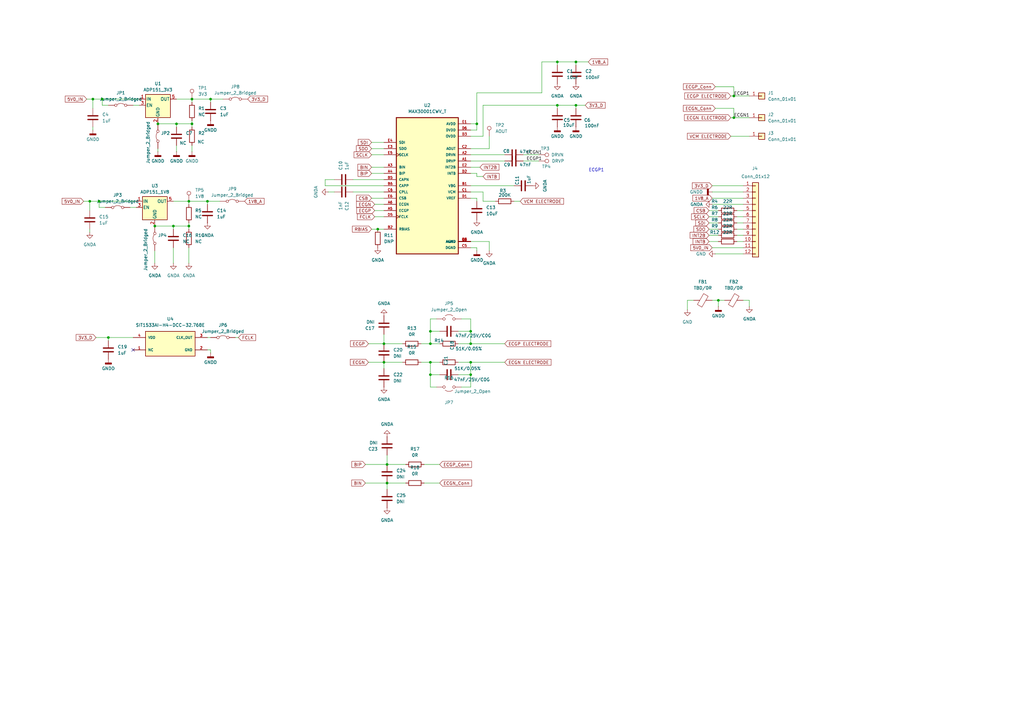
<source format=kicad_sch>
(kicad_sch (version 20231120) (generator "eeschema") (generator_version "8.0")
  (paper "A3")
  (title_block (title "MAX30001_TestBoard") (company "Oliver0804"))
  (junction (at 193.04 153.67))
  (junction (at 77.47 82.55))
  (junction (at 72.39 50.8))
  (junction (at 300.99 39.37))
  (junction (at 85.09 82.55))
  (junction (at 236.22 25.4))
  (junction (at 86.36 40.64))
  (junction (at 38.1 40.64))
  (junction (at 40.64 82.55))
  (junction (at 176.53 140.97))
  (junction (at 300.99 48.26))
  (junction (at 71.12 92.71))
  (junction (at 158.75 190.5))
  (junction (at 193.04 148.59))
  (junction (at 228.6 25.4))
  (junction (at 63.5 92.71))
  (junction (at 176.53 135.89))
  (junction (at 193.04 140.97))
  (junction (at 195.58 50.8))
  (junction (at 44.45 138.43))
  (junction (at 228.6 43.18))
  (junction (at 154.94 93.98))
  (junction (at 157.48 140.97))
  (junction (at 78.74 40.64))
  (junction (at 36.83 82.55))
  (junction (at 294.64 123.19))
  (junction (at 176.53 148.59))
  (junction (at 193.04 135.89))
  (junction (at 77.47 92.71))
  (junction (at 176.53 153.67))
  (junction (at 157.48 148.59))
  (junction (at 158.75 198.12))
  (junction (at 41.91 40.64))
  (junction (at 236.22 43.18))
  (junction (at 64.77 50.8))
  (junction (at 78.74 50.8))
  (no_connect (at 54.61 143.51))
  (wire (pts (xy 302.26 99.06) (xy 304.8 99.06)))
  (wire (pts (xy 189.23 158.75) (xy 193.04 158.75)))
  (wire (pts (xy 302.26 86.36) (xy 304.8 86.36)))
  (wire (pts (xy 71.12 92.71) (xy 77.47 92.71)))
  (wire (pts (xy 176.53 158.75) (xy 179.07 158.75)))
  (wire (pts (xy 71.12 101.6) (xy 71.12 107.95)))
  (wire (pts (xy 294.64 125.73) (xy 294.64 123.19)))
  (wire (pts (xy 57.15 40.64) (xy 41.91 40.64)))
  (wire (pts (xy 195.58 72.39) (xy 195.58 71.12)))
  (wire (pts (xy 96.52 138.43) (xy 97.79 138.43)))
  (wire (pts (xy 213.36 82.55) (xy 210.82 82.55)))
  (wire (pts (xy 36.83 93.98) (xy 36.83 95.25)))
  (wire (pts (xy 85.09 82.55) (xy 85.09 83.82)))
  (wire (pts (xy 281.94 123.19) (xy 284.48 123.19)))
  (wire (pts (xy 78.74 50.8) (xy 78.74 52.07)))
  (wire (pts (xy 198.12 82.55) (xy 198.12 78.74)))
  (wire (pts (xy 193.04 148.59) (xy 193.04 153.67)))
  (wire (pts (xy 40.64 82.55) (xy 36.83 82.55)))
  (wire (pts (xy 41.91 40.64) (xy 38.1 40.64)))
  (wire (pts (xy 36.83 82.55) (xy 36.83 86.36)))
  (wire (pts (xy 152.4 58.42) (xy 157.48 58.42)))
  (wire (pts (xy 290.83 93.98) (xy 294.64 93.98)))
  (wire (pts (xy 40.64 85.09) (xy 40.64 82.55)))
  (wire (pts (xy 193.04 50.8) (xy 195.58 50.8)))
  (wire (pts (xy 236.22 43.18) (xy 236.22 44.45)))
  (wire (pts (xy 152.4 68.58) (xy 157.48 68.58)))
  (wire (pts (xy 44.45 138.43) (xy 54.61 138.43)))
  (wire (pts (xy 292.1 81.28) (xy 304.8 81.28)))
  (wire (pts (xy 133.35 73.66) (xy 133.35 76.2)))
  (wire (pts (xy 152.4 93.98) (xy 154.94 93.98)))
  (wire (pts (xy 228.6 43.18) (xy 228.6 44.45)))
  (wire (pts (xy 236.22 25.4) (xy 241.3 25.4)))
  (wire (pts (xy 222.25 25.4) (xy 222.25 38.1)))
  (wire (pts (xy 153.67 86.36) (xy 157.48 86.36)))
  (wire (pts (xy 44.45 43.18) (xy 41.91 43.18)))
  (wire (pts (xy 64.77 50.8) (xy 72.39 50.8)))
  (wire (pts (xy 214.63 63.5) (xy 220.98 63.5)))
  (wire (pts (xy 158.75 190.5) (xy 166.37 190.5)))
  (wire (pts (xy 176.53 135.89) (xy 180.34 135.89)))
  (wire (pts (xy 72.39 50.8) (xy 78.74 50.8)))
  (wire (pts (xy 290.83 86.36) (xy 294.64 86.36)))
  (wire (pts (xy 193.04 101.6) (xy 195.58 101.6)))
  (wire (pts (xy 198.12 82.55) (xy 203.2 82.55)))
  (wire (pts (xy 187.96 140.97) (xy 193.04 140.97)))
  (wire (pts (xy 35.56 40.64) (xy 38.1 40.64)))
  (wire (pts (xy 137.16 73.66) (xy 133.35 73.66)))
  (wire (pts (xy 86.36 40.64) (xy 91.44 40.64)))
  (wire (pts (xy 53.34 85.09) (xy 55.88 85.09)))
  (wire (pts (xy 41.91 43.18) (xy 41.91 40.64)))
  (wire (pts (xy 302.26 93.98) (xy 304.8 93.98)))
  (wire (pts (xy 154.94 93.98) (xy 157.48 93.98)))
  (wire (pts (xy 176.53 153.67) (xy 180.34 153.67)))
  (wire (pts (xy 85.09 138.43) (xy 86.36 138.43)))
  (wire (pts (xy 302.26 88.9) (xy 304.8 88.9)))
  (wire (pts (xy 207.01 66.04) (xy 193.04 66.04)))
  (wire (pts (xy 172.72 148.59) (xy 176.53 148.59)))
  (wire (pts (xy 300.99 48.26) (xy 299.72 48.26)))
  (wire (pts (xy 198.12 55.88) (xy 198.12 43.18)))
  (wire (pts (xy 193.04 153.67) (xy 193.04 158.75)))
  (wire (pts (xy 198.12 78.74) (xy 193.04 78.74)))
  (wire (pts (xy 307.34 48.26) (xy 300.99 48.26)))
  (wire (pts (xy 38.1 52.07) (xy 38.1 53.34)))
  (wire (pts (xy 195.58 38.1) (xy 195.58 50.8)))
  (wire (pts (xy 149.86 198.12) (xy 158.75 198.12)))
  (wire (pts (xy 228.6 25.4) (xy 236.22 25.4)))
  (wire (pts (xy 290.83 96.52) (xy 294.64 96.52)))
  (wire (pts (xy 85.09 143.51) (xy 86.36 143.51)))
  (wire (pts (xy 193.04 81.28) (xy 195.58 81.28)))
  (wire (pts (xy 236.22 25.4) (xy 236.22 26.67)))
  (wire (pts (xy 195.58 71.12) (xy 193.04 71.12)))
  (wire (pts (xy 153.67 88.9) (xy 157.48 88.9)))
  (wire (pts (xy 78.74 62.23) (xy 78.74 59.69)))
  (wire (pts (xy 151.13 140.97) (xy 157.48 140.97)))
  (wire (pts (xy 152.4 60.96) (xy 157.48 60.96)))
  (wire (pts (xy 34.29 82.55) (xy 36.83 82.55)))
  (wire (pts (xy 193.04 53.34) (xy 195.58 53.34)))
  (wire (pts (xy 43.18 85.09) (xy 40.64 85.09)))
  (wire (pts (xy 85.09 82.55) (xy 90.17 82.55)))
  (wire (pts (xy 187.96 148.59) (xy 193.04 148.59)))
  (wire (pts (xy 157.48 148.59) (xy 157.48 151.13)))
  (wire (pts (xy 300.99 39.37) (xy 299.72 39.37)))
  (wire (pts (xy 228.6 43.18) (xy 236.22 43.18)))
  (wire (pts (xy 293.37 35.56) (xy 300.99 35.56)))
  (wire (pts (xy 176.53 140.97) (xy 180.34 140.97)))
  (wire (pts (xy 200.66 60.96) (xy 193.04 60.96)))
  (wire (pts (xy 157.48 140.97) (xy 165.1 140.97)))
  (wire (pts (xy 228.6 25.4) (xy 228.6 26.67)))
  (wire (pts (xy 302.26 96.52) (xy 304.8 96.52)))
  (wire (pts (xy 63.5 107.95) (xy 63.5 102.87)))
  (wire (pts (xy 193.04 68.58) (xy 196.85 68.58)))
  (wire (pts (xy 152.4 81.28) (xy 157.48 81.28)))
  (wire (pts (xy 78.74 49.53) (xy 78.74 50.8)))
  (wire (pts (xy 44.45 138.43) (xy 44.45 139.7)))
  (wire (pts (xy 307.34 55.88) (xy 299.72 55.88)))
  (wire (pts (xy 38.1 40.64) (xy 38.1 44.45)))
  (wire (pts (xy 152.4 63.5) (xy 157.48 63.5)))
  (wire (pts (xy 290.83 88.9) (xy 294.64 88.9)))
  (wire (pts (xy 176.53 130.81) (xy 179.07 130.81)))
  (wire (pts (xy 149.86 190.5) (xy 158.75 190.5)))
  (wire (pts (xy 77.47 101.6) (xy 77.47 107.95)))
  (wire (pts (xy 158.75 198.12) (xy 166.37 198.12)))
  (wire (pts (xy 71.12 92.71) (xy 71.12 93.98)))
  (wire (pts (xy 176.53 148.59) (xy 176.53 153.67)))
  (wire (pts (xy 304.8 123.19) (xy 307.34 123.19)))
  (wire (pts (xy 195.58 53.34) (xy 195.58 50.8)))
  (wire (pts (xy 54.61 43.18) (xy 57.15 43.18)))
  (wire (pts (xy 158.75 186.69) (xy 158.75 190.5)))
  (wire (pts (xy 153.67 83.82) (xy 157.48 83.82)))
  (wire (pts (xy 151.13 148.59) (xy 157.48 148.59)))
  (wire (pts (xy 137.16 78.74) (xy 134.62 78.74)))
  (wire (pts (xy 176.53 140.97) (xy 176.53 135.89)))
  (wire (pts (xy 292.1 101.6) (xy 304.8 101.6)))
  (wire (pts (xy 77.47 91.44) (xy 77.47 92.71)))
  (wire (pts (xy 176.53 148.59) (xy 180.34 148.59)))
  (wire (pts (xy 77.47 82.55) (xy 77.47 83.82)))
  (wire (pts (xy 222.25 25.4) (xy 228.6 25.4)))
  (wire (pts (xy 207.01 63.5) (xy 193.04 63.5)))
  (wire (pts (xy 152.4 71.12) (xy 157.48 71.12)))
  (wire (pts (xy 300.99 44.45) (xy 300.99 48.26)))
  (wire (pts (xy 292.1 123.19) (xy 294.64 123.19)))
  (wire (pts (xy 193.04 135.89) (xy 193.04 130.81)))
  (wire (pts (xy 193.04 55.88) (xy 198.12 55.88)))
  (wire (pts (xy 133.35 76.2) (xy 157.48 76.2)))
  (wire (pts (xy 195.58 38.1) (xy 222.25 38.1)))
  (wire (pts (xy 293.37 44.45) (xy 300.99 44.45)))
  (wire (pts (xy 290.83 99.06) (xy 294.64 99.06)))
  (wire (pts (xy 77.47 92.71) (xy 77.47 93.98)))
  (wire (pts (xy 71.12 82.55) (xy 77.47 82.55)))
  (wire (pts (xy 158.75 198.12) (xy 158.75 200.66)))
  (wire (pts (xy 198.12 43.18) (xy 228.6 43.18)))
  (wire (pts (xy 193.04 76.2) (xy 210.82 76.2)))
  (wire (pts (xy 290.83 91.44) (xy 294.64 91.44)))
  (wire (pts (xy 200.66 55.88) (xy 200.66 60.96)))
  (wire (pts (xy 294.64 123.19) (xy 297.18 123.19)))
  (wire (pts (xy 72.39 50.8) (xy 72.39 52.07)))
  (wire (pts (xy 195.58 72.39) (xy 198.12 72.39)))
  (wire (pts (xy 293.37 104.14) (xy 304.8 104.14)))
  (wire (pts (xy 292.1 76.2) (xy 304.8 76.2)))
  (wire (pts (xy 193.04 140.97) (xy 193.04 135.89)))
  (wire (pts (xy 77.47 82.55) (xy 85.09 82.55)))
  (wire (pts (xy 193.04 140.97) (xy 207.01 140.97)))
  (wire (pts (xy 187.96 135.89) (xy 193.04 135.89)))
  (wire (pts (xy 39.37 138.43) (xy 44.45 138.43)))
  (wire (pts (xy 193.04 130.81) (xy 189.23 130.81)))
  (wire (pts (xy 195.58 101.6) (xy 195.58 102.87)))
  (wire (pts (xy 173.99 198.12) (xy 180.34 198.12)))
  (wire (pts (xy 302.26 91.44) (xy 304.8 91.44)))
  (wire (pts (xy 144.78 78.74) (xy 157.48 78.74)))
  (wire (pts (xy 78.74 40.64) (xy 86.36 40.64)))
  (wire (pts (xy 292.1 83.82) (xy 304.8 83.82)))
  (wire (pts (xy 195.58 81.28) (xy 195.58 82.55)))
  (wire (pts (xy 72.39 40.64) (xy 78.74 40.64)))
  (wire (pts (xy 173.99 190.5) (xy 180.34 190.5)))
  (wire (pts (xy 55.88 82.55) (xy 40.64 82.55)))
  (wire (pts (xy 300.99 35.56) (xy 300.99 39.37)))
  (wire (pts (xy 193.04 148.59) (xy 207.01 148.59)))
  (wire (pts (xy 64.77 62.23) (xy 64.77 60.96)))
  (wire (pts (xy 86.36 143.51) (xy 86.36 144.78)))
  (wire (pts (xy 72.39 62.23) (xy 72.39 59.69)))
  (wire (pts (xy 292.1 78.74) (xy 304.8 78.74)))
  (wire (pts (xy 144.78 73.66) (xy 157.48 73.66)))
  (wire (pts (xy 193.04 99.06) (xy 200.66 99.06)))
  (wire (pts (xy 78.74 40.64) (xy 78.74 41.91)))
  (wire (pts (xy 187.96 153.67) (xy 193.04 153.67)))
  (wire (pts (xy 172.72 140.97) (xy 176.53 140.97)))
  (wire (pts (xy 236.22 43.18) (xy 240.03 43.18)))
  (wire (pts (xy 86.36 40.64) (xy 86.36 41.91)))
  (wire (pts (xy 157.48 148.59) (xy 165.1 148.59)))
  (wire (pts (xy 63.5 92.71) (xy 71.12 92.71)))
  (wire (pts (xy 200.66 99.06) (xy 200.66 102.87)))
  (wire (pts (xy 157.48 137.16) (xy 157.48 140.97)))
  (wire (pts (xy 176.53 153.67) (xy 176.53 158.75)))
  (wire (pts (xy 281.94 127) (xy 281.94 123.19)))
  (wire (pts (xy 307.34 123.19) (xy 307.34 125.73)))
  (wire (pts (xy 220.98 66.04) (xy 214.63 66.04)))
  (wire (pts (xy 307.34 39.37) (xy 300.99 39.37)))
  (wire (pts (xy 176.53 135.89) (xy 176.53 130.81)))
  (text "ECGP1" (at 244.602 69.85 0) (effects (font (size 1.27 1.27))))
  (label "ECGN1" (at 215.9 63.5 0))
  (label "ECGP1" (at 300.99 39.37 0))
  (label "ECGP1" (at 215.9 66.04 0))
  (label "ECGN1" (at 300.99 48.26 0))
  (global_label "FCLK" (shape input) (at 97.79 138.43 0) (property "Intersheetrefs" "${INTERSHEET_REFS}" (effects (hide yes))))
  (global_label "BIN" (shape input) (at 152.4 68.58 180) (property "Intersheetrefs" "${INTERSHEET_REFS}" (effects (hide yes))))
  (global_label "SDO" (shape input) (at 290.83 93.98 180) (property "Intersheetrefs" "${INTERSHEET_REFS}" (effects (hide yes))))
  (global_label "VCM ELECTRODE" (shape input) (at 213.36 82.55 0) (property "Intersheetrefs" "${INTERSHEET_REFS}" (effects (hide yes))))
  (global_label "SCLK" (shape input) (at 152.4 63.5 180) (property "Intersheetrefs" "${INTERSHEET_REFS}" (effects (hide yes))))
  (global_label "RBIAS" (shape input) (at 152.4 93.98 180) (property "Intersheetrefs" "${INTERSHEET_REFS}" (effects (hide yes))))
  (global_label "5V0_IN" (shape input) (at 292.1 101.6 180) (property "Intersheetrefs" "${INTERSHEET_REFS}" (effects (hide yes))))
  (global_label "ECGN ELECTRODE" (shape input) (at 207.01 148.59 0) (property "Intersheetrefs" "${INTERSHEET_REFS}" (effects (hide yes))))
  (global_label "VCM ELECTRODE" (shape input) (at 299.72 55.88 180) (property "Intersheetrefs" "${INTERSHEET_REFS}" (effects (hide yes))))
  (global_label "3V3_D" (shape input) (at 101.6 40.64 0) (property "Intersheetrefs" "${INTERSHEET_REFS}" (effects (hide yes))))
  (global_label "BIP" (shape input) (at 152.4 71.12 180) (property "Intersheetrefs" "${INTERSHEET_REFS}" (effects (hide yes))))
  (global_label "ECGN" (shape input) (at 153.67 83.82 180) (property "Intersheetrefs" "${INTERSHEET_REFS}" (effects (hide yes))))
  (global_label "BIN" (shape input) (at 149.86 198.12 180) (property "Intersheetrefs" "${INTERSHEET_REFS}" (effects (hide yes))))
  (global_label "BIP" (shape input) (at 149.86 190.5 180) (property "Intersheetrefs" "${INTERSHEET_REFS}" (effects (hide yes))))
  (global_label "5V0_IN" (shape input) (at 34.29 82.55 180) (property "Intersheetrefs" "${INTERSHEET_REFS}" (effects (hide yes))))
  (global_label "ECGP" (shape input) (at 153.67 86.36 180) (property "Intersheetrefs" "${INTERSHEET_REFS}" (effects (hide yes))))
  (global_label "5V0_IN" (shape input) (at 35.56 40.64 180) (property "Intersheetrefs" "${INTERSHEET_REFS}" (effects (hide yes))))
  (global_label "INT2B" (shape input) (at 290.83 96.52 180) (property "Intersheetrefs" "${INTERSHEET_REFS}" (effects (hide yes))))
  (global_label "SDO" (shape input) (at 152.4 60.96 180) (property "Intersheetrefs" "${INTERSHEET_REFS}" (effects (hide yes))))
  (global_label "3V3_D" (shape input) (at 39.37 138.43 180) (property "Intersheetrefs" "${INTERSHEET_REFS}" (effects (hide yes))))
  (global_label "ECGP_Conn" (shape input) (at 293.37 35.56 180) (property "Intersheetrefs" "${INTERSHEET_REFS}" (effects (hide yes))))
  (global_label "1V8_A" (shape input) (at 292.1 81.28 180) (property "Intersheetrefs" "${INTERSHEET_REFS}" (effects (hide yes))))
  (global_label "1V8_A" (shape input) (at 241.3 25.4 0) (property "Intersheetrefs" "${INTERSHEET_REFS}" (effects (hide yes))))
  (global_label "SDI" (shape input) (at 290.83 91.44 180) (property "Intersheetrefs" "${INTERSHEET_REFS}" (effects (hide yes))))
  (global_label "FCLK" (shape input) (at 153.67 88.9 180) (property "Intersheetrefs" "${INTERSHEET_REFS}" (effects (hide yes))))
  (global_label "SCLK" (shape input) (at 290.83 88.9 180) (property "Intersheetrefs" "${INTERSHEET_REFS}" (effects (hide yes))))
  (global_label "INTB" (shape input) (at 290.83 99.06 180) (property "Intersheetrefs" "${INTERSHEET_REFS}" (effects (hide yes))))
  (global_label "ECGP ELECTRODE" (shape input) (at 207.01 140.97 0) (property "Intersheetrefs" "${INTERSHEET_REFS}" (effects (hide yes))))
  (global_label "SDI" (shape input) (at 152.4 58.42 180) (property "Intersheetrefs" "${INTERSHEET_REFS}" (effects (hide yes))))
  (global_label "ECGN_Conn" (shape input) (at 180.34 198.12 0) (property "Intersheetrefs" "${INTERSHEET_REFS}" (effects (hide yes))))
  (global_label "3V3_D" (shape input) (at 240.03 43.18 0) (property "Intersheetrefs" "${INTERSHEET_REFS}" (effects (hide yes))))
  (global_label "ECGP" (shape input) (at 151.13 140.97 180) (property "Intersheetrefs" "${INTERSHEET_REFS}" (effects (hide yes))))
  (global_label "ECGN ELECTRODE" (shape input) (at 299.72 48.26 180) (property "Intersheetrefs" "${INTERSHEET_REFS}" (effects (hide yes))))
  (global_label "ECGN_Conn" (shape input) (at 293.37 44.45 180) (property "Intersheetrefs" "${INTERSHEET_REFS}" (effects (hide yes))))
  (global_label "INTB" (shape input) (at 198.12 72.39 0) (property "Intersheetrefs" "${INTERSHEET_REFS}" (effects (hide yes))))
  (global_label "INT2B" (shape input) (at 196.85 68.58 0) (property "Intersheetrefs" "${INTERSHEET_REFS}" (effects (hide yes))))
  (global_label "CSB" (shape input) (at 290.83 86.36 180) (property "Intersheetrefs" "${INTERSHEET_REFS}" (effects (hide yes))))
  (global_label "ECGN" (shape input) (at 151.13 148.59 180) (property "Intersheetrefs" "${INTERSHEET_REFS}" (effects (hide yes))))
  (global_label "3V3_D" (shape input) (at 292.1 76.2 180) (property "Intersheetrefs" "${INTERSHEET_REFS}" (effects (hide yes))))
  (global_label "ECGP_Conn" (shape input) (at 180.34 190.5 0) (property "Intersheetrefs" "${INTERSHEET_REFS}" (effects (hide yes))))
  (global_label "ECGP ELECTRODE" (shape input) (at 299.72 39.37 180) (property "Intersheetrefs" "${INTERSHEET_REFS}" (effects (hide yes))))
  (global_label "CSB" (shape input) (at 152.4 81.28 180) (property "Intersheetrefs" "${INTERSHEET_REFS}" (effects (hide yes))))
  (global_label "1V8_A" (shape input) (at 100.33 82.55 0) (property "Intersheetrefs" "${INTERSHEET_REFS}" (effects (hide yes))))
  (symbol (lib_id "Jumper:Jumper_2_Bridged") (at 48.26 85.09 0) (unit 1) (exclude_from_sim yes)
    (property "Reference" "JP3" (at 48.26 80.01 0))
    (property "Value" "Jumper_2_Bridged" (at 48.26 82.55 0))
    (property "Footprint" "Jumper:SolderJumper-2_P1.3mm_Bridged2Bar_RoundedPad1.0x1.5mm" (effects (hide yes)))
    (property "Description" "Jumper, 2-pole, closed/bridged" (effects (hide yes)))
  )
  (symbol (lib_id "power:GNDD") (at 195.58 102.87 0) (unit 1)
    (property "Reference" "#PWR018" (effects (hide yes)))
    (property "Value" "GNDD" (at 195.58 106.68 0))
    (property "Description" "Power symbol creates a global label with name \"GNDD\" , digital ground" (effects (hide yes)))
  )
  (symbol (lib_id "Device:R") (at 170.18 190.5 90) (unit 1)
    (property "Reference" "R17" (at 170.18 184.15 90))
    (property "Value" "0R" (at 170.18 186.69 90))
    (property "Footprint" "Resistor_SMD:R_0603_1608Metric" (effects (hide yes)))
    (property "Description" "Resistor" (effects (hide yes)))
  )
  (symbol (lib_id "Connector_Generic:Conn_01x12") (at 309.88 88.9 0) (unit 1)
    (property "Reference" "J4" (at 309.626 69.088 0))
    (property "Value" "Conn_01x12" (at 309.88 72.39 0))
    (property "Footprint" "Connector_PinHeader_2.54mm:PinHeader_1x12_P2.54mm_Vertical" (effects (hide yes)))
    (property "Description" "Generic connector, single row, 01x12, script generated (kicad-library-utils/schlib/autogen/connector/)" (effects (hide yes)))
  )
  (symbol (lib_id "Connector:TestPoint") (at 200.66 55.88 0) (unit 1)
    (property "Reference" "TP2" (at 203.2 51.3079 0) (effects (justify left)))
    (property "Value" "AOUT" (at 203.2 53.8479 0) (effects (justify left)))
    (property "Footprint" "TestPoint:TestPoint_THTPad_1.0x1.0mm_Drill0.5mm" (effects (hide yes)))
    (property "Description" "test point" (effects (hide yes)))
  )
  (symbol (lib_id "Device:C") (at 228.6 30.48 0) (unit 1)
    (property "Reference" "C1" (at 232.41 29.2099 0) (effects (justify left)))
    (property "Value" "10uF" (at 232.41 31.7499 0) (effects (justify left)))
    (property "Footprint" "Capacitor_SMD:C_0603_1608Metric" (effects (hide yes)))
    (property "Description" "Unpolarized capacitor" (effects (hide yes)))
  )
  (symbol (lib_id "Device:R") (at 298.45 88.9 90) (unit 1)
    (property "Reference" "R6" (at 293.116 85.09 90))
    (property "Value" "22R" (at 298.45 85.09 90))
    (property "Footprint" "Resistor_SMD:R_0603_1608Metric" (effects (hide yes)))
    (property "Description" "Resistor" (effects (hide yes)))
  )
  (symbol (lib_id "power:GNDD") (at 228.6 52.07 0) (unit 1)
    (property "Reference" "#PWR04" (effects (hide yes)))
    (property "Value" "GNDD" (at 228.6 55.88 0))
    (property "Description" "Power symbol creates a global label with name \"GNDD\" , digital ground" (effects (hide yes)))
  )
  (symbol (lib_id "Device:C") (at 140.97 78.74 270) (unit 1)
    (property "Reference" "C12" (at 142.2401 82.55 0) (effects (justify left)))
    (property "Value" "1nF" (at 139.7001 82.55 0) (effects (justify left)))
    (property "Footprint" "Capacitor_SMD:C_0603_1608Metric" (effects (hide yes)))
    (property "Description" "Unpolarized capacitor" (effects (hide yes)))
  )
  (symbol (lib_id "power:GNDA") (at 63.5 107.95 0) (unit 1)
    (property "Reference" "#PWR021" (effects (hide yes)))
    (property "Value" "GNDA" (at 63.5 113.03 0))
    (property "Description" "Power symbol creates a global label with name \"GNDA\" , analog ground" (effects (hide yes)))
  )
  (symbol (lib_id "Connector_Generic:Conn_01x01") (at 312.42 48.26 0) (unit 1)
    (property "Reference" "J2" (at 314.96 46.9899 0) (effects (justify left)))
    (property "Value" "Conn_01x01" (at 314.96 49.5299 0) (effects (justify left)))
    (property "Footprint" "Mounting_Wuerth:Mounting_Wuerth_WA-SMSI-M3_H6mm_9774060360" (effects (hide yes)))
    (property "Description" "Generic connector, single row, 01x01, script generated (kicad-library-utils/schlib/autogen/connector/)" (effects (hide yes)))
  )
  (symbol (lib_id "Regulator_Linear:TLV71209_SOT23-5") (at 64.77 43.18 0) (unit 1)
    (property "Reference" "U1" (at 64.77 34.29 0))
    (property "Value" "ADP151_3V3" (at 64.77 36.83 0))
    (property "Footprint" "Package_TO_SOT_SMD:TSOT-23-5" (effects (hide yes)))
    (property "Datasheet" "http://www.ti.com/lit/ds/symlink/tlv712.pdf" (effects (hide yes)))
    (property "Description" "300mA Low Dropout Voltage Regulator, Fixed Output 0.9V, SOT-23-5" (effects (hide yes)))
  )
  (symbol (lib_id "Device:C") (at 184.15 135.89 270) (unit 1)
    (property "Reference" "C18" (at 185.4201 139.7 0) (effects (justify left)))
    (property "Value" "47nF/25V/C0G" (at 186.69 137.668 90) (effects (justify left)))
    (property "Footprint" "Capacitor_SMD:C_0603_1608Metric" (effects (hide yes)))
    (property "Description" "Unpolarized capacitor" (effects (hide yes)))
  )
  (symbol (lib_id "Device:C") (at 184.15 153.67 90) (unit 1)
    (property "Reference" "C21" (at 182.8799 149.86 0) (effects (justify left)))
    (property "Value" "47nF/25V/C0G" (at 200.914 155.702 90) (effects (justify left)))
    (property "Footprint" "Capacitor_SMD:C_0603_1608Metric" (effects (hide yes)))
    (property "Description" "Unpolarized capacitor" (effects (hide yes)))
  )
  (symbol (lib_id "power:GNDA") (at 154.94 101.6 0) (unit 1)
    (property "Reference" "#PWR017" (effects (hide yes)))
    (property "Value" "GNDA" (at 154.94 106.68 0))
    (property "Description" "Power symbol creates a global label with name \"GNDA\" , analog ground" (effects (hide yes)))
  )
  (symbol (lib_id "Device:C") (at 140.97 73.66 90) (unit 1)
    (property "Reference" "C10" (at 139.6999 69.85 0) (effects (justify left)))
    (property "Value" "1uF" (at 142.2399 69.85 0) (effects (justify left)))
    (property "Footprint" "Capacitor_SMD:C_0603_1608Metric" (effects (hide yes)))
    (property "Description" "Unpolarized capacitor" (effects (hide yes)))
  )
  (symbol (lib_id "Device:R") (at 298.45 99.06 90) (unit 1)
    (property "Reference" "R12" (at 293.116 95.25 90))
    (property "Value" "22R" (at 298.45 95.25 90))
    (property "Footprint" "Resistor_SMD:R_0603_1608Metric" (effects (hide yes)))
    (property "Description" "Resistor" (effects (hide yes)))
  )
  (symbol (lib_id "power:GND") (at 293.37 104.14 270) (unit 1)
    (property "Reference" "#PWR020" (effects (hide yes)))
    (property "Value" "GND" (at 289.56 104.1399 90) (effects (justify right)))
    (property "Description" "Power symbol creates a global label with name \"GND\" , ground" (effects (hide yes)))
  )
  (symbol (lib_id "Jumper:Jumper_2_Bridged") (at 95.25 82.55 0) (unit 1) (exclude_from_sim yes)
    (property "Reference" "JP9" (at 95.25 77.47 0))
    (property "Value" "Jumper_2_Bridged" (at 95.25 80.01 0))
    (property "Footprint" "Jumper:SolderJumper-2_P1.3mm_Bridged2Bar_RoundedPad1.0x1.5mm" (effects (hide yes)))
    (property "Description" "Jumper, 2-pole, closed/bridged" (effects (hide yes)))
  )
  (symbol (lib_id "Device:C") (at 210.82 66.04 90) (unit 1)
    (property "Reference" "C9" (at 209.296 67.564 90) (effects (justify left)))
    (property "Value" "47nF" (at 217.932 67.564 90) (effects (justify left)))
    (property "Footprint" "Capacitor_SMD:C_0603_1608Metric" (effects (hide yes)))
    (property "Description" "Unpolarized capacitor" (effects (hide yes)))
  )
  (symbol (lib_id "SIT1533AI-H4-DCC-32.768E:SIT1533AI-H4-DCC-32.768E") (at 59.69 146.05 0) (unit 1)
    (property "Reference" "U4" (at 69.85 130.81 0))
    (property "Value" "SIT1533AI-H4-DCC-32.768E" (at 69.85 133.35 0))
    (property "Footprint" "parts:SIT1533AI_2X1.2MM" (effects (hide yes)))
    (property "Datasheet" "https://atta.szlcsc.com/upload/public/pdf/source/20190322/C377830_113B7AFD53D16762528A6D845822441A.pdf?Expires=4070880000&OSSAccessKeyId=LTAIJDIkh7KmGS1H&Signature=wcvLLliys5HBSonr%2F0mSQWm4wbg%3D&response-content-disposition=attachment%3Bfilename%3DC367058_%25E9%25A2%2584%25E7%25BC%2596%25E7%25A8%258B%25E6%258C%25AF%25E8%258D%25A1%25E5%2599%25A8_SIT1533AI-H4-DCC-32.768E_%25E8%25A7%2584%25E6%25A0%25BC%25E4%25B9%25A6_SITIME%25E9%25A2%2584%25E7%25BC%2596%25E7%25A8%258B%25E6%258C%25AF%25E8%258D%25A1%25E5%2599%25A8%25E8%25A7%2584%25E6%25A0%25BC%25E4%25B9%25A6.PDF" (effects (hide yes)))
    (property "MF" "SiTIME" (effects (hide yes)))
    (property "Description_1" "\n32.768 kHz XO (Standard) LVCMOS Oscillator 1.5V ~ 3.63V - 4-SMD, No Lead\n" (effects (hide yes)))
    (property "Package" "SMD-4 SiTIME" (effects (hide yes)))
    (property "Price" "None" (effects (hide yes)))
    (property "SnapEDA_Link" "https://www.snapeda.com/parts/SIT1533AI-H4-DCC-32.768E/SiTIME/view-part/?ref=snap" (effects (hide yes)))
    (property "MP" "SIT1533AI-H4-DCC-32.768E" (effects (hide yes)))
    (property "Availability" "In Stock" (effects (hide yes)))
    (property "Check_prices" "https://www.snapeda.com/parts/SIT1533AI-H4-DCC-32.768E/SiTIME/view-part/?ref=eda" (effects (hide yes)))
  )
  (symbol (lib_id "Device:C") (at 158.75 204.47 0) (unit 1)
    (property "Reference" "C25" (at 162.56 203.1999 0) (effects (justify left)))
    (property "Value" "DNI" (at 162.56 205.7399 0) (effects (justify left)))
    (property "Footprint" "Capacitor_SMD:C_0603_1608Metric" (effects (hide yes)))
    (property "Description" "Unpolarized capacitor" (effects (hide yes)))
  )
  (symbol (lib_id "Jumper:Jumper_2_Bridged") (at 49.53 43.18 0) (unit 1) (exclude_from_sim yes)
    (property "Reference" "JP1" (at 49.53 38.1 0))
    (property "Value" "Jumper_2_Bridged" (at 49.53 40.64 0))
    (property "Footprint" "Jumper:SolderJumper-2_P1.3mm_Bridged2Bar_RoundedPad1.0x1.5mm" (effects (hide yes)))
    (property "Description" "Jumper, 2-pole, closed/bridged" (effects (hide yes)))
  )
  (symbol (lib_id "Device:FerriteBead") (at 288.29 123.19 90) (unit 1)
    (property "Reference" "FB1" (at 288.2392 115.57 90))
    (property "Value" "TBD/0R" (at 288.2392 118.11 90))
    (property "Footprint" "Resistor_SMD:R_0603_1608Metric" (effects (hide yes)))
    (property "Description" "Ferrite bead" (effects (hide yes)))
  )
  (symbol (lib_id "power:GNDD") (at 38.1 53.34 0) (unit 1)
    (property "Reference" "#PWR06" (effects (hide yes)))
    (property "Value" "GNDD" (at 38.1 57.15 0))
    (property "Description" "Power symbol creates a global label with name \"GNDD\" , digital ground" (effects (hide yes)))
  )
  (symbol (lib_id "Device:R") (at 78.74 45.72 0) (unit 1)
    (property "Reference" "R1" (at 81.28 44.4499 0) (effects (justify left)))
    (property "Value" "NC" (at 81.28 46.9899 0) (effects (justify left)))
    (property "Footprint" "Resistor_SMD:R_0603_1608Metric" (effects (hide yes)))
    (property "Description" "Resistor" (effects (hide yes)))
  )
  (symbol (lib_id "Device:R") (at 184.15 148.59 270) (unit 1)
    (property "Reference" "R16" (at 184.15 154.94 90))
    (property "Value" "51K/0.05%" (at 191.77 151.13 90))
    (property "Footprint" "Resistor_SMD:R_0603_1608Metric" (effects (hide yes)))
    (property "Description" "Resistor" (effects (hide yes)))
  )
  (symbol (lib_id "Device:C") (at 236.22 30.48 0) (unit 1)
    (property "Reference" "C2" (at 240.03 29.2099 0) (effects (justify left)))
    (property "Value" "100nF" (at 240.03 31.7499 0) (effects (justify left)))
    (property "Footprint" "Capacitor_SMD:C_0603_1608Metric" (effects (hide yes)))
    (property "Description" "Unpolarized capacitor" (effects (hide yes)))
  )
  (symbol (lib_id "power:GNDD") (at 64.77 62.23 0) (unit 1)
    (property "Reference" "#PWR07" (effects (hide yes)))
    (property "Value" "GNDD" (at 64.77 66.04 0))
    (property "Description" "Power symbol creates a global label with name \"GNDD\" , digital ground" (effects (hide yes)))
  )
  (symbol (lib_id "Device:C") (at 38.1 48.26 0) (unit 1)
    (property "Reference" "C4" (at 41.91 46.9899 0) (effects (justify left)))
    (property "Value" "1uF" (at 41.91 49.5299 0) (effects (justify left)))
    (property "Footprint" "Capacitor_SMD:C_0603_1608Metric" (effects (hide yes)))
    (property "Description" "Unpolarized capacitor" (effects (hide yes)))
  )
  (symbol (lib_id "power:GNDA") (at 157.48 129.54 180) (unit 1)
    (property "Reference" "#PWR027" (effects (hide yes)))
    (property "Value" "GNDA" (at 157.48 124.46 0))
    (property "Description" "Power symbol creates a global label with name \"GNDA\" , analog ground" (effects (hide yes)))
  )
  (symbol (lib_id "power:GNDA") (at 158.75 179.07 180) (unit 1)
    (property "Reference" "#PWR031" (effects (hide yes)))
    (property "Value" "GNDA" (at 158.75 173.99 0))
    (property "Description" "Power symbol creates a global label with name \"GNDA\" , analog ground" (effects (hide yes)))
  )
  (symbol (lib_id "Device:R") (at 298.45 86.36 90) (unit 1)
    (property "Reference" "R4" (at 293.116 82.55 90))
    (property "Value" "22R" (at 298.45 82.55 90))
    (property "Footprint" "Resistor_SMD:R_0603_1608Metric" (effects (hide yes)))
    (property "Description" "Resistor" (effects (hide yes)))
  )
  (symbol (lib_id "Device:C") (at 236.22 48.26 0) (unit 1)
    (property "Reference" "C6" (at 239.522 49.276 0) (effects (justify left)))
    (property "Value" "100nF" (at 239.776 51.562 0) (effects (justify left)))
    (property "Footprint" "Capacitor_SMD:C_0603_1608Metric" (effects (hide yes)))
    (property "Description" "Unpolarized capacitor" (effects (hide yes)))
  )
  (symbol (lib_id "Jumper:Jumper_2_Bridged") (at 64.77 55.88 90) (unit 1) (exclude_from_sim yes)
    (property "Reference" "JP2" (at 66.04 54.6099 90) (effects (justify right)))
    (property "Value" "Jumper_2_Bridged" (at 60.706 49.784 0) (effects (justify right)))
    (property "Footprint" "Jumper:SolderJumper-2_P1.3mm_Bridged2Bar_RoundedPad1.0x1.5mm" (effects (hide yes)))
    (property "Description" "Jumper, 2-pole, closed/bridged" (effects (hide yes)))
  )
  (symbol (lib_id "power:GNDA") (at 71.12 107.95 0) (unit 1)
    (property "Reference" "#PWR022" (effects (hide yes)))
    (property "Value" "GNDA" (at 71.12 113.03 0))
    (property "Description" "Power symbol creates a global label with name \"GNDA\" , analog ground" (effects (hide yes)))
  )
  (symbol (lib_id "power:GNDD") (at 294.64 125.73 0) (unit 1)
    (property "Reference" "#PWR024" (effects (hide yes)))
    (property "Value" "GNDD" (at 294.64 129.54 0))
    (property "Description" "Power symbol creates a global label with name \"GNDD\" , digital ground" (effects (hide yes)))
  )
  (symbol (lib_id "power:GNDA") (at 158.75 208.28 0) (unit 1)
    (property "Reference" "#PWR032" (effects (hide yes)))
    (property "Value" "GNDA" (at 158.75 213.36 0))
    (property "Description" "Power symbol creates a global label with name \"GNDA\" , analog ground" (effects (hide yes)))
  )
  (symbol (lib_id "Device:C") (at 214.63 76.2 90) (unit 1)
    (property "Reference" "C11" (at 212.09 75.946 0) (effects (justify left)))
    (property "Value" "1uF" (at 216.916 75.438 0) (effects (justify left)))
    (property "Footprint" "Capacitor_SMD:C_0603_1608Metric" (effects (hide yes)))
    (property "Description" "Unpolarized capacitor" (effects (hide yes)))
  )
  (symbol (lib_id "Device:R") (at 77.47 97.79 0) (unit 1)
    (property "Reference" "R10" (at 80.01 96.5199 0) (effects (justify left)))
    (property "Value" "NC" (at 80.01 99.0599 0) (effects (justify left)))
    (property "Footprint" "Resistor_SMD:R_0603_1608Metric" (effects (hide yes)))
    (property "Description" "Resistor" (effects (hide yes)))
  )
  (symbol (lib_id "Device:R") (at 298.45 91.44 90) (unit 1)
    (property "Reference" "R7" (at 293.116 87.63 90))
    (property "Value" "22R" (at 298.45 87.63 90))
    (property "Footprint" "Resistor_SMD:R_0603_1608Metric" (effects (hide yes)))
    (property "Description" "Resistor" (effects (hide yes)))
  )
  (symbol (lib_id "power:GNDA") (at 134.62 78.74 270) (unit 1)
    (property "Reference" "#PWR011" (effects (hide yes)))
    (property "Value" "GNDA" (at 129.54 78.74 0))
    (property "Description" "Power symbol creates a global label with name \"GNDA\" , analog ground" (effects (hide yes)))
  )
  (symbol (lib_id "Device:R") (at 184.15 140.97 90) (unit 1)
    (property "Reference" "R14" (at 180.086 139.7 90))
    (property "Value" "51K/0.05%" (at 192.278 143.002 90))
    (property "Footprint" "Resistor_SMD:R_0603_1608Metric" (effects (hide yes)))
    (property "Description" "Resistor" (effects (hide yes)))
  )
  (symbol (lib_id "power:GND") (at 281.94 127 0) (unit 1)
    (property "Reference" "#PWR026" (effects (hide yes)))
    (property "Value" "GND" (at 281.94 132.08 0))
    (property "Description" "Power symbol creates a global label with name \"GND\" , ground" (effects (hide yes)))
  )
  (symbol (lib_id "Device:R") (at 207.01 82.55 90) (unit 1)
    (property "Reference" "R3" (at 206.248 78.232 90))
    (property "Value" "200K" (at 207.01 80.01 90))
    (property "Footprint" "Resistor_SMD:R_0603_1608Metric" (effects (hide yes)))
    (property "Description" "Resistor" (effects (hide yes)))
  )
  (symbol (lib_id "Device:C") (at 36.83 90.17 0) (unit 1)
    (property "Reference" "C15" (at 40.64 88.8999 0) (effects (justify left)))
    (property "Value" "1uF" (at 40.64 91.4399 0) (effects (justify left)))
    (property "Footprint" "Capacitor_SMD:C_0603_1608Metric" (effects (hide yes)))
    (property "Description" "Unpolarized capacitor" (effects (hide yes)))
  )
  (symbol (lib_id "Device:C") (at 72.39 55.88 0) (unit 1)
    (property "Reference" "C7" (at 76.2 54.6099 0) (effects (justify left)))
    (property "Value" "NC" (at 73.66 58.674 0) (effects (justify left)))
    (property "Footprint" "Capacitor_SMD:C_0603_1608Metric" (effects (hide yes)))
    (property "Description" "Unpolarized capacitor" (effects (hide yes)))
  )
  (symbol (lib_id "Device:C") (at 85.09 87.63 0) (unit 1)
    (property "Reference" "C14" (at 88.9 86.3599 0) (effects (justify left)))
    (property "Value" "1uF" (at 88.9 88.8999 0) (effects (justify left)))
    (property "Footprint" "Capacitor_SMD:C_0603_1608Metric" (effects (hide yes)))
    (property "Description" "Unpolarized capacitor" (effects (hide yes)))
  )
  (symbol (lib_id "Connector_Generic:Conn_01x01") (at 312.42 39.37 0) (unit 1)
    (property "Reference" "J1" (at 314.96 38.0999 0) (effects (justify left)))
    (property "Value" "Conn_01x01" (at 314.96 40.6399 0) (effects (justify left)))
    (property "Footprint" "Mounting_Wuerth:Mounting_Wuerth_WA-SMSI-M3_H6mm_9774060360" (effects (hide yes)))
    (property "Description" "Generic connector, single row, 01x01, script generated (kicad-library-utils/schlib/autogen/connector/)" (effects (hide yes)))
  )
  (symbol (lib_id "power:GNDD") (at 78.74 62.23 0) (unit 1)
    (property "Reference" "#PWR09" (effects (hide yes)))
    (property "Value" "GNDD" (at 78.74 66.04 0))
    (property "Description" "Power symbol creates a global label with name \"GNDD\" , digital ground" (effects (hide yes)))
  )
  (symbol (lib_id "power:GNDD") (at 86.36 49.53 0) (unit 1)
    (property "Reference" "#PWR03" (effects (hide yes)))
    (property "Value" "GNDD" (at 86.36 53.34 0))
    (property "Description" "Power symbol creates a global label with name \"GNDD\" , digital ground" (effects (hide yes)))
  )
  (symbol (lib_id "power:GNDA") (at 200.66 102.87 0) (unit 1)
    (property "Reference" "#PWR019" (effects (hide yes)))
    (property "Value" "GNDA" (at 200.66 107.95 0))
    (property "Description" "Power symbol creates a global label with name \"GNDA\" , analog ground" (effects (hide yes)))
  )
  (symbol (lib_id "Connector:TestPoint") (at 78.74 40.64 0) (unit 1)
    (property "Reference" "TP1" (at 81.28 36.0679 0) (effects (justify left)))
    (property "Value" "3V3" (at 81.28 38.6079 0) (effects (justify left)))
    (property "Footprint" "TestPoint:TestPoint_THTPad_1.0x1.0mm_Drill0.5mm" (effects (hide yes)))
    (property "Description" "test point" (effects (hide yes)))
  )
  (symbol (lib_id "Connector:TestPoint") (at 220.98 63.5 270) (unit 1)
    (property "Reference" "TP3" (at 221.742 60.96 90) (effects (justify left)))
    (property "Value" "DRVN" (at 226.06 63.5 90) (effects (justify left)))
    (property "Footprint" "TestPoint:TestPoint_THTPad_1.0x1.0mm_Drill0.5mm" (effects (hide yes)))
    (property "Description" "test point" (effects (hide yes)))
  )
  (symbol (lib_id "power:GNDA") (at 36.83 95.25 0) (unit 1)
    (property "Reference" "#PWR016" (effects (hide yes)))
    (property "Value" "GNDA" (at 36.83 100.33 0))
    (property "Description" "Power symbol creates a global label with name \"GNDA\" , analog ground" (effects (hide yes)))
  )
  (symbol (lib_id "power:GNDA") (at 307.34 125.73 0) (unit 1)
    (property "Reference" "#PWR025" (effects (hide yes)))
    (property "Value" "GNDA" (at 307.34 130.81 0))
    (property "Description" "Power symbol creates a global label with name \"GNDA\" , analog ground" (effects (hide yes)))
  )
  (symbol (lib_id "Device:R") (at 168.91 148.59 90) (unit 1)
    (property "Reference" "R15" (at 168.91 142.24 90))
    (property "Value" "0R" (at 168.91 144.78 90))
    (property "Footprint" "Resistor_SMD:R_0603_1608Metric" (effects (hide yes)))
    (property "Description" "Resistor" (effects (hide yes)))
  )
  (symbol (lib_id "Device:R") (at 154.94 97.79 180) (unit 1)
    (property "Reference" "R11" (at 157.48 96.5199 0) (effects (justify right)))
    (property "Value" "DNP" (at 157.48 99.0599 0) (effects (justify right)))
    (property "Footprint" "Resistor_SMD:R_0603_1608Metric" (effects (hide yes)))
    (property "Description" "Resistor" (effects (hide yes)))
  )
  (symbol (lib_id "power:GNDD") (at 236.22 52.07 0) (unit 1)
    (property "Reference" "#PWR05" (effects (hide yes)))
    (property "Value" "GNDD" (at 236.22 55.88 0))
    (property "Description" "Power symbol creates a global label with name \"GNDD\" , digital ground" (effects (hide yes)))
  )
  (symbol (lib_id "power:GNDD") (at 86.36 144.78 0) (unit 1)
    (property "Reference" "#PWR028" (effects (hide yes)))
    (property "Value" "GNDD" (at 86.36 148.59 0))
    (property "Description" "Power symbol creates a global label with name \"GNDD\" , digital ground" (effects (hide yes)))
  )
  (symbol (lib_id "Device:R") (at 298.45 96.52 90) (unit 1)
    (property "Reference" "R9" (at 293.116 92.71 90))
    (property "Value" "22R" (at 298.45 92.71 90))
    (property "Footprint" "Resistor_SMD:R_0603_1608Metric" (effects (hide yes)))
    (property "Description" "Resistor" (effects (hide yes)))
  )
  (symbol (lib_id "Device:C") (at 157.48 144.78 0) (unit 1)
    (property "Reference" "C20" (at 161.29 143.5099 0) (effects (justify left)))
    (property "Value" "DNI" (at 161.29 146.0499 0) (effects (justify left)))
    (property "Footprint" "Capacitor_SMD:C_0603_1608Metric" (effects (hide yes)))
    (property "Description" "Unpolarized capacitor" (effects (hide yes)))
  )
  (symbol (lib_id "Device:C") (at 157.48 133.35 180) (unit 1)
    (property "Reference" "C17" (at 153.67 134.6201 0) (effects (justify left)))
    (property "Value" "DNI" (at 153.67 132.0801 0) (effects (justify left)))
    (property "Footprint" "Capacitor_SMD:C_0603_1608Metric" (effects (hide yes)))
    (property "Description" "Unpolarized capacitor" (effects (hide yes)))
  )
  (symbol (lib_id "Device:C") (at 157.48 154.94 0) (unit 1)
    (property "Reference" "C22" (at 161.29 153.6699 0) (effects (justify left)))
    (property "Value" "DNI" (at 161.29 156.2099 0) (effects (justify left)))
    (property "Footprint" "Capacitor_SMD:C_0603_1608Metric" (effects (hide yes)))
    (property "Description" "Unpolarized capacitor" (effects (hide yes)))
  )
  (symbol (lib_id "Device:R") (at 78.74 55.88 0) (unit 1)
    (property "Reference" "R2" (at 81.28 54.6099 0) (effects (justify left)))
    (property "Value" "NC" (at 81.026 58.166 0) (effects (justify left)))
    (property "Footprint" "Resistor_SMD:R_0603_1608Metric" (effects (hide yes)))
    (property "Description" "Resistor" (effects (hide yes)))
  )
  (symbol (lib_id "Device:C") (at 44.45 143.51 0) (unit 1)
    (property "Reference" "C19" (at 48.26 142.2399 0) (effects (justify left)))
    (property "Value" "1uF" (at 48.26 144.7799 0) (effects (justify left)))
    (property "Footprint" "Capacitor_SMD:C_0603_1608Metric" (effects (hide yes)))
    (property "Description" "Unpolarized capacitor" (effects (hide yes)))
  )
  (symbol (lib_id "power:GNDA") (at 218.44 76.2 90) (unit 1)
    (property "Reference" "#PWR010" (effects (hide yes)))
    (property "Value" "GNDA" (at 223.52 76.2 0))
    (property "Description" "Power symbol creates a global label with name \"GNDA\" , analog ground" (effects (hide yes)))
  )
  (symbol (lib_id "MAX30001CWV_T:MAX30001CWV_T") (at 175.26 76.2 0) (unit 1)
    (property "Reference" "U2" (at 175.26 43.18 0))
    (property "Value" "MAX30001CWV_T" (at 175.26 45.72 0))
    (property "Footprint" "Package_BGA:BGA30N50P5X6_274X292X69N" (effects (hide yes)))
    (property "MF" "Analog Devices" (effects (hide yes)))
    (property "DESCRIPTION" "Biopotential AFE 30-WLP _2.74x2.93_" (effects (hide yes)))
    (property "PACKAGE" "WLP-30 Maxim" (effects (hide yes)))
    (property "PRICE" "None" (effects (hide yes)))
    (property "Package" "WLP-30 Maxim" (effects (hide yes)))
    (property "Check_prices" "https://www.snapeda.com/parts/MAX30001CWV+T/Analog+Devices/view-part/?ref=eda" (effects (hide yes)))
    (property "Price" "None" (effects (hide yes)))
    (property "SnapEDA_Link" "https://www.snapeda.com/parts/MAX30001CWV+T/Analog+Devices/view-part/?ref=snap" (effects (hide yes)))
    (property "MP" "MAX30001CWV+T" (effects (hide yes)))
    (property "Availability" "In Stock" (effects (hide yes)))
    (property "AVAILABILITY" "Unavailable" (effects (hide yes)))
    (property "Description_1" "\nUltra-Low-Power, Single-Channel IntegratedBiopotential (ECG, R-to-R, and Pace Detection)and Bioimpedance (BioZ) AFE\n" (effects (hide yes)))
  )
  (symbol (lib_id "Jumper:Jumper_2_Bridged") (at 91.44 138.43 0) (unit 1) (exclude_from_sim yes)
    (property "Reference" "JP6" (at 91.44 133.35 0))
    (property "Value" "Jumper_2_Bridged" (at 91.44 135.89 0))
    (property "Footprint" "Jumper:SolderJumper-2_P1.3mm_Bridged2Bar_RoundedPad1.0x1.5mm" (effects (hide yes)))
    (property "Description" "Jumper, 2-pole, closed/bridged" (effects (hide yes)))
  )
  (symbol (lib_id "Device:C") (at 158.75 194.31 0) (unit 1)
    (property "Reference" "C24" (at 162.56 193.0399 0) (effects (justify left)))
    (property "Value" "DNI" (at 162.56 195.5799 0) (effects (justify left)))
    (property "Footprint" "Capacitor_SMD:C_0603_1608Metric" (effects (hide yes)))
    (property "Description" "Unpolarized capacitor" (effects (hide yes)))
  )
  (symbol (lib_id "Device:R") (at 168.91 140.97 90) (unit 1)
    (property "Reference" "R13" (at 168.91 134.62 90))
    (property "Value" "0R" (at 168.91 137.16 90))
    (property "Footprint" "Resistor_SMD:R_0603_1608Metric" (effects (hide yes)))
    (property "Description" "Resistor" (effects (hide yes)))
  )
  (symbol (lib_id "power:GNDD") (at 72.39 62.23 0) (unit 1)
    (property "Reference" "#PWR08" (effects (hide yes)))
    (property "Value" "GNDD" (at 72.39 66.04 0))
    (property "Description" "Power symbol creates a global label with name \"GNDD\" , digital ground" (effects (hide yes)))
  )
  (symbol (lib_id "Device:C") (at 210.82 63.5 90) (unit 1)
    (property "Reference" "C8" (at 209.042 61.976 90) (effects (justify left)))
    (property "Value" "47nF" (at 217.932 62.23 90) (effects (justify left)))
    (property "Footprint" "Capacitor_SMD:C_0603_1608Metric" (effects (hide yes)))
    (property "Description" "Unpolarized capacitor" (effects (hide yes)))
  )
  (symbol (lib_id "power:GNDA") (at 77.47 107.95 0) (unit 1)
    (property "Reference" "#PWR023" (effects (hide yes)))
    (property "Value" "GNDA" (at 77.47 113.03 0))
    (property "Description" "Power symbol creates a global label with name \"GNDA\" , analog ground" (effects (hide yes)))
  )
  (symbol (lib_id "power:GNDA") (at 157.48 158.75 0) (unit 1)
    (property "Reference" "#PWR030" (effects (hide yes)))
    (property "Value" "GNDA" (at 157.48 163.83 0))
    (property "Description" "Power symbol creates a global label with name \"GNDA\" , analog ground" (effects (hide yes)))
  )
  (symbol (lib_id "power:GNDA") (at 195.58 90.17 0) (unit 1)
    (property "Reference" "#PWR014" (effects (hide yes)))
    (property "Value" "GNDA" (at 195.58 95.25 0))
    (property "Description" "Power symbol creates a global label with name \"GNDA\" , analog ground" (effects (hide yes)))
  )
  (symbol (lib_id "power:GNDA") (at 292.1 83.82 270) (unit 1)
    (property "Reference" "#PWR013" (effects (hide yes)))
    (property "Value" "GNDA" (at 288.29 83.8199 90) (effects (justify right)))
    (property "Description" "Power symbol creates a global label with name \"GNDA\" , analog ground" (effects (hide yes)))
  )
  (symbol (lib_id "power:GNDD") (at 292.1 78.74 270) (unit 1)
    (property "Reference" "#PWR012" (effects (hide yes)))
    (property "Value" "GNDD" (at 288.29 78.7399 90) (effects (justify right)))
    (property "Description" "Power symbol creates a global label with name \"GNDD\" , digital ground" (effects (hide yes)))
  )
  (symbol (lib_id "Regulator_Linear:TLV71209_SOT23-5") (at 63.5 85.09 0) (unit 1)
    (property "Reference" "U3" (at 63.5 76.2 0))
    (property "Value" "ADP151_1V8" (at 63.5 78.74 0))
    (property "Footprint" "Package_TO_SOT_SMD:TSOT-23-5" (effects (hide yes)))
    (property "Datasheet" "http://www.ti.com/lit/ds/symlink/tlv712.pdf" (effects (hide yes)))
    (property "Description" "300mA Low Dropout Voltage Regulator, Fixed Output 0.9V, SOT-23-5" (effects (hide yes)))
  )
  (symbol (lib_id "power:GNDA") (at 236.22 34.29 0) (unit 1)
    (property "Reference" "#PWR02" (effects (hide yes)))
    (property "Value" "GNDA" (at 236.22 39.37 0))
    (property "Description" "Power symbol creates a global label with name \"GNDA\" , analog ground" (effects (hide yes)))
  )
  (symbol (lib_id "Connector:TestPoint") (at 220.98 66.04 270) (unit 1)
    (property "Reference" "TP4" (at 222.25 68.326 90) (effects (justify left)))
    (property "Value" "DRVP" (at 226.314 66.04 90) (effects (justify left)))
    (property "Footprint" "TestPoint:TestPoint_THTPad_1.0x1.0mm_Drill0.5mm" (effects (hide yes)))
    (property "Description" "test point" (effects (hide yes)))
  )
  (symbol (lib_id "Device:C") (at 195.58 86.36 0) (unit 1)
    (property "Reference" "C13" (at 199.39 85.0899 0) (effects (justify left)))
    (property "Value" "10uF" (at 199.39 87.6299 0) (effects (justify left)))
    (property "Footprint" "Capacitor_SMD:C_0603_1608Metric" (effects (hide yes)))
    (property "Description" "Unpolarized capacitor" (effects (hide yes)))
  )
  (symbol (lib_id "Jumper:Jumper_2_Bridged") (at 96.52 40.64 0) (unit 1) (exclude_from_sim yes)
    (property "Reference" "JP8" (at 96.52 35.56 0))
    (property "Value" "Jumper_2_Bridged" (at 96.52 38.1 0))
    (property "Footprint" "Jumper:SolderJumper-2_P1.3mm_Bridged2Bar_RoundedPad1.0x1.5mm" (effects (hide yes)))
    (property "Description" "Jumper, 2-pole, closed/bridged" (effects (hide yes)))
  )
  (symbol (lib_id "Device:R") (at 77.47 87.63 0) (unit 1)
    (property "Reference" "R5" (at 80.01 86.3599 0) (effects (justify left)))
    (property "Value" "NC" (at 80.01 88.8999 0) (effects (justify left)))
    (property "Footprint" "Resistor_SMD:R_0603_1608Metric" (effects (hide yes)))
    (property "Description" "Resistor" (effects (hide yes)))
  )
  (symbol (lib_id "Device:C") (at 228.6 48.26 0) (unit 1)
    (property "Reference" "C5" (at 231.14 49.276 0) (effects (justify left)))
    (property "Value" "10uF" (at 230.886 51.308 0) (effects (justify left)))
    (property "Footprint" "Capacitor_SMD:C_0603_1608Metric" (effects (hide yes)))
    (property "Description" "Unpolarized capacitor" (effects (hide yes)))
  )
  (symbol (lib_id "power:GNDD") (at 44.45 147.32 0) (unit 1)
    (property "Reference" "#PWR029" (effects (hide yes)))
    (property "Value" "GNDD" (at 44.45 151.13 0))
    (property "Description" "Power symbol creates a global label with name \"GNDD\" , digital ground" (effects (hide yes)))
  )
  (symbol (lib_id "power:GNDA") (at 228.6 34.29 0) (unit 1)
    (property "Reference" "#PWR01" (effects (hide yes)))
    (property "Value" "GNDA" (at 228.6 39.37 0))
    (property "Description" "Power symbol creates a global label with name \"GNDA\" , analog ground" (effects (hide yes)))
  )
  (symbol (lib_id "Jumper:Jumper_2_Open") (at 184.15 158.75 180) (unit 1) (exclude_from_sim yes)
    (property "Reference" "JP7" (at 184.15 165.1 0))
    (property "Value" "Jumper_2_Open" (at 193.802 160.528 0))
    (property "Footprint" "Jumper:SolderJumper-2_P1.3mm_Open_RoundedPad1.0x1.5mm" (effects (hide yes)))
    (property "Description" "Jumper, 2-pole, open" (effects (hide yes)))
  )
  (symbol (lib_id "Connector_Generic:Conn_01x01") (at 312.42 55.88 0) (unit 1)
    (property "Reference" "J3" (at 314.96 54.6099 0) (effects (justify left)))
    (property "Value" "Conn_01x01" (at 314.96 57.1499 0) (effects (justify left)))
    (property "Footprint" "Mounting_Wuerth:Mounting_Wuerth_WA-SMSI-M3_H6mm_9774060360" (effects (hide yes)))
    (property "Description" "Generic connector, single row, 01x01, script generated (kicad-library-utils/schlib/autogen/connector/)" (effects (hide yes)))
  )
  (symbol (lib_id "power:GNDA") (at 85.09 91.44 0) (unit 1)
    (property "Reference" "#PWR015" (effects (hide yes)))
    (property "Value" "GNDA" (at 85.09 96.52 0))
    (property "Description" "Power symbol creates a global label with name \"GNDA\" , analog ground" (effects (hide yes)))
  )
  (symbol (lib_id "Device:FerriteBead") (at 300.99 123.19 90) (unit 1)
    (property "Reference" "FB2" (at 300.9392 115.57 90))
    (property "Value" "TBD/0R" (at 300.9392 118.11 90))
    (property "Footprint" "Resistor_SMD:R_0603_1608Metric" (effects (hide yes)))
    (property "Description" "Ferrite bead" (effects (hide yes)))
  )
  (symbol (lib_id "Device:R") (at 298.45 93.98 90) (unit 1)
    (property "Reference" "R8" (at 293.116 90.17 90))
    (property "Value" "22R" (at 298.45 90.17 90))
    (property "Footprint" "Resistor_SMD:R_0603_1608Metric" (effects (hide yes)))
    (property "Description" "Resistor" (effects (hide yes)))
  )
  (symbol (lib_id "Device:C") (at 158.75 182.88 180) (unit 1)
    (property "Reference" "C23" (at 154.94 184.1501 0) (effects (justify left)))
    (property "Value" "DNI" (at 154.94 181.6101 0) (effects (justify left)))
    (property "Footprint" "Capacitor_SMD:C_0603_1608Metric" (effects (hide yes)))
    (property "Description" "Unpolarized capacitor" (effects (hide yes)))
  )
  (symbol (lib_id "Device:R") (at 170.18 198.12 90) (unit 1)
    (property "Reference" "R18" (at 170.18 191.77 90))
    (property "Value" "0R" (at 170.18 194.31 90))
    (property "Footprint" "Resistor_SMD:R_0603_1608Metric" (effects (hide yes)))
    (property "Description" "Resistor" (effects (hide yes)))
  )
  (symbol (lib_id "Jumper:Jumper_2_Open") (at 184.15 130.81 0) (unit 1) (exclude_from_sim yes)
    (property "Reference" "JP5" (at 184.15 124.46 0))
    (property "Value" "Jumper_2_Open" (at 184.15 127 0))
    (property "Footprint" "Jumper:SolderJumper-2_P1.3mm_Open_RoundedPad1.0x1.5mm" (effects (hide yes)))
    (property "Description" "Jumper, 2-pole, open" (effects (hide yes)))
  )
  (symbol (lib_id "Device:C") (at 71.12 97.79 0) (unit 1)
    (property "Reference" "C16" (at 74.93 96.5199 0) (effects (justify left)))
    (property "Value" "NC" (at 74.93 99.0599 0) (effects (justify left)))
    (property "Footprint" "Capacitor_SMD:C_0603_1608Metric" (effects (hide yes)))
    (property "Description" "Unpolarized capacitor" (effects (hide yes)))
  )
  (symbol (lib_id "Device:C") (at 86.36 45.72 0) (unit 1)
    (property "Reference" "C3" (at 90.17 44.4499 0) (effects (justify left)))
    (property "Value" "1uF" (at 90.17 46.9899 0) (effects (justify left)))
    (property "Footprint" "Capacitor_SMD:C_0603_1608Metric" (effects (hide yes)))
    (property "Description" "Unpolarized capacitor" (effects (hide yes)))
  )
  (symbol (lib_id "Connector:TestPoint") (at 77.47 82.55 0) (unit 1)
    (property "Reference" "TP5" (at 80.01 77.9779 0) (effects (justify left)))
    (property "Value" "1V8" (at 80.01 80.5179 0) (effects (justify left)))
    (property "Footprint" "TestPoint:TestPoint_THTPad_1.0x1.0mm_Drill0.5mm" (effects (hide yes)))
    (property "Description" "test point" (effects (hide yes)))
  )
  (symbol (lib_id "Jumper:Jumper_2_Bridged") (at 63.5 97.79 90) (unit 1) (exclude_from_sim yes)
    (property "Reference" "JP4" (at 64.77 96.5199 90) (effects (justify right)))
    (property "Value" "Jumper_2_Bridged" (at 59.69 93.726 0) (effects (justify right)))
    (property "Footprint" "Jumper:SolderJumper-2_P1.3mm_Bridged2Bar_RoundedPad1.0x1.5mm" (effects (hide yes)))
    (property "Description" "Jumper, 2-pole, closed/bridged" (effects (hide yes)))
  )
)
</source>
